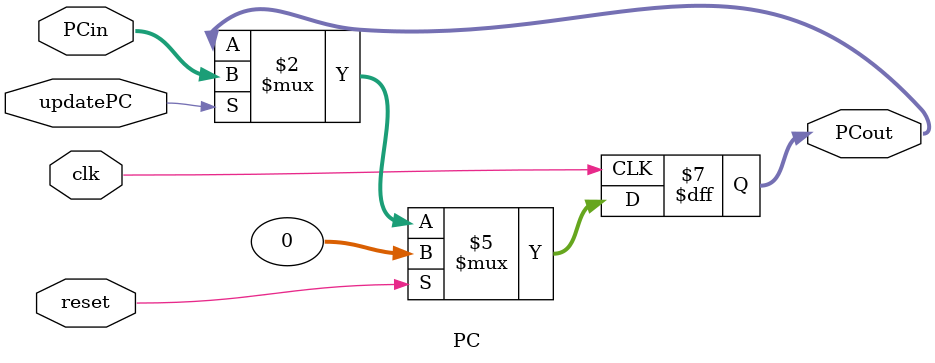
<source format=v>
`timescale 1ns / 1ps


module PC(
    input [31:0] PCin,
    input updatePC,
    input reset,
    input clk,
    output reg [31:0] PCout
);

    always @(posedge clk)
    begin
        if(reset) begin
            PCout <= 0;
        end
        else if (updatePC) begin
            PCout <= PCin;
        end
    end
endmodule

</source>
